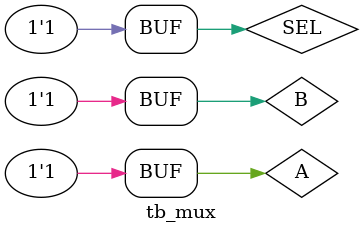
<source format=v>
`timescale 1ns / 100ps
module tb_mux();
reg A,B,SEL;
wire S;

mux2x1 mymux(
    .saida(S),
    .in1(A), 
    .in2(B), 
    .sel(SEL)
);

initial begin
    A=1'b0;
    B=1'b0;
    SEL = 1'b0;

    #10 A=1'b0;
    B=1'b1;
    SEL = 1'b0;

    #10 A=1'b1;
    B=1'b0;
    SEL = 1'b0;
    
    #10 A=1'b1;
    B=1'b1;
    SEL = 1'b0;
    
    #10 A=1'b0;
    B=1'b0;
    SEL = 1'b1;
    
    
    #10 A=1'b0;
    B=1'b1;
    SEL = 1'b1;

    #10 A=1'b1;
    B=1'b0;
    SEL = 1'b1;
    
    #10 A=1'b1;
    B=1'b1;
    SEL = 1'b1;
    
    #10 A=1'b1;
    B=1'b1;
    SEL = 1'b1;

end

endmodule


</source>
